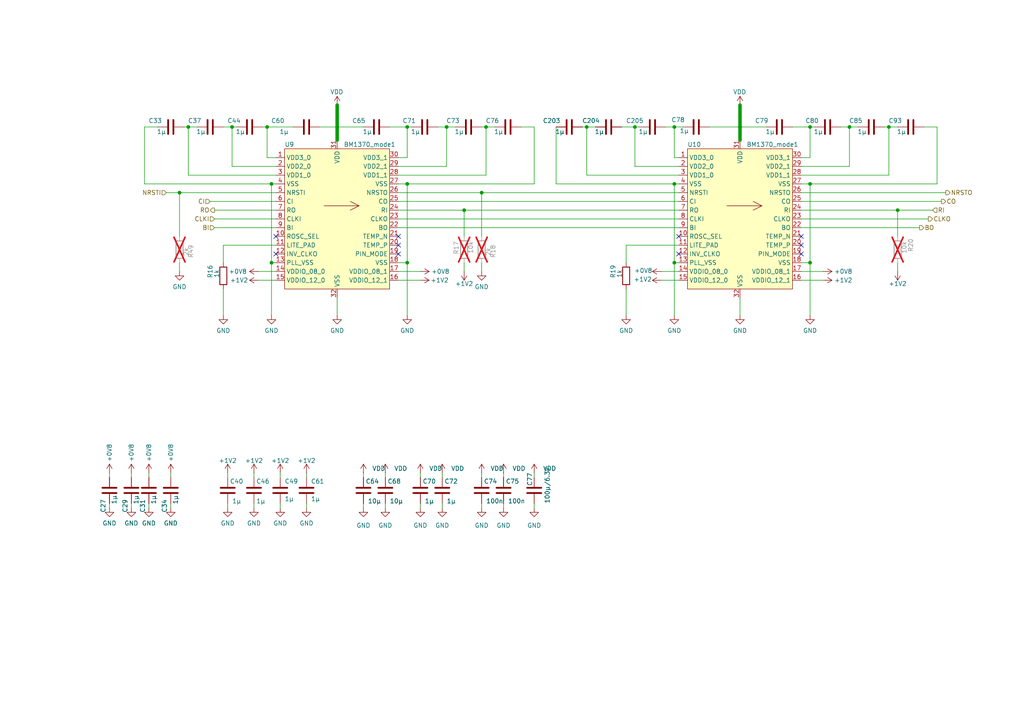
<source format=kicad_sch>
(kicad_sch (version 20231120) (generator "eeschema") (generator_version "8.0")
  (paper "A4")
  (lib_symbols
    (symbol "Device:C" (pin_numbers hide) (pin_names (offset 0.254))
      (property "Reference" "C" (at 0.635 2.54 0))
      (property "Value" "C" (at 0.635 -2.54 0))
      (symbol "C_0_1"
        (polyline (pts (xy -2.032 -0.762) (xy 2.032 -0.762)) (stroke (width 0.508)))
        (polyline (pts (xy -2.032 0.762) (xy 2.032 0.762)) (stroke (width 0.508)))
      )
      (symbol "C_1_1"
        (pin passive line (at 0 3.81 270) (length 2.794) (name "~") (number "1"))
        (pin passive line (at 0 -3.81 90) (length 2.794) (name "~") (number "2"))
      )
    )
    (symbol "Device:R" (pin_numbers hide) (pin_names (offset 0))
      (property "Reference" "R" (at 2.032 0 90))
      (property "Value" "R" (at 0 0 90))
      (symbol "R_0_1"
        (rectangle (start -1.016 -2.54) (end 1.016 2.54) (stroke (width 0.254)))
      )
      (symbol "R_1_1"
        (pin passive line (at 0 3.81 270) (length 1.27) (name "~") (number "1"))
        (pin passive line (at 0 -3.81 90) (length 1.27) (name "~") (number "2"))
      )
    )
    (symbol "GND_7" (power) (pin_names (offset 0))
      (property "Value" "GND_7" (at 0 -3.81 0))
      (symbol "GND_7_0_1"
        (polyline (pts (xy 0 0) (xy 0 -1.27) (xy 1.27 -1.27) (xy 0 -2.54) (xy -1.27 -1.27) (xy 0 -1.27)))
      )
      (symbol "GND_7_1_1"
        (pin power_in line (at 0 0 270) (length 0) hide (name "GND") (number "1"))
      )
    )
    (symbol "bitaxe:BM1370_mode1"
      (property "Reference" "U4" (at -15.24 21.59 0))
      (property "Value" "BM1370_mode1" (at 1.905 21.59 0))
      (symbol "BM1370_mode1_0_1"
        (rectangle (start -15.24 20.32) (end 15.24 -20.32) (fill (type background)))
        (polyline (pts (xy -3.81 3.81) (xy 6.35 3.81)))
        (polyline (pts (xy 3.81 2.54) (xy 6.35 3.81)))
        (polyline (pts (xy 3.81 5.08) (xy 6.35 3.81)))
      )
      (symbol "BM1370_mode1_1_1"
        (pin power_in line (at -17.78 17.78 0) (length 2.54) (name "VDD3_0") (number "1"))
        (pin unspecified line (at -17.78 -5.08 0) (length 2.54) (name "ROSC_SEL") (number "10"))
        (pin unspecified line (at -17.78 -7.62 0) (length 2.54) (name "LITE_PAD") (number "11"))
        (pin unspecified line (at -17.78 -10.16 0) (length 2.54) (name "INV_CLKO") (number "12"))
        (pin power_in line (at -17.78 -12.7 0) (length 2.54) (name "PLL_VSS") (number "13"))
        (pin power_in line (at -17.78 -15.24 0) (length 2.54) (name "VDDIO_08_0") (number "14"))
        (pin power_in line (at -17.78 -17.78 0) (length 2.54) (name "VDDIO_12_0") (number "15"))
        (pin power_in line (at 17.78 -17.78 180) (length 2.54) (name "VDDIO_12_1") (number "16"))
        (pin power_in line (at 17.78 -15.24 180) (length 2.54) (name "VDDIO_08_1") (number "17"))
        (pin power_in line (at 17.78 -12.7 180) (length 2.54) (name "VSS") (number "18"))
        (pin input line (at 17.78 -10.16 180) (length 2.54) (name "PIN_MODE") (number "19"))
        (pin power_in line (at -17.78 15.24 0) (length 2.54) (name "VDD2_0") (number "2"))
        (pin unspecified line (at 17.78 -7.62 180) (length 2.54) (name "TEMP_P") (number "20"))
        (pin unspecified line (at 17.78 -5.08 180) (length 2.54) (name "TEMP_N") (number "21"))
        (pin output line (at 17.78 -2.54 180) (length 2.54) (name "BO") (number "22"))
        (pin output line (at 17.78 0 180) (length 2.54) (name "CLKO") (number "23"))
        (pin input line (at 17.78 2.54 180) (length 2.54) (name "RI") (number "24"))
        (pin output line (at 17.78 5.08 180) (length 2.54) (name "CO") (number "25"))
        (pin output line (at 17.78 7.62 180) (length 2.54) (name "NRSTO") (number "26"))
        (pin power_in line (at 17.78 10.16 180) (length 2.54) (name "VSS") (number "27"))
        (pin power_in line (at 17.78 12.7 180) (length 2.54) (name "VDD1_1") (number "28"))
        (pin power_in line (at 17.78 15.24 180) (length 2.54) (name "VDD2_1") (number "29"))
        (pin power_in line (at -17.78 12.7 0) (length 2.54) (name "VDD1_0") (number "3"))
        (pin power_in line (at 17.78 17.78 180) (length 2.54) (name "VDD3_1") (number "30"))
        (pin power_in line (at 0 22.86 270) (length 2.54) (name "VDD") (number "31"))
        (pin power_in line (at 0 -22.86 90) (length 2.54) (name "VSS") (number "32"))
        (pin power_in line (at -17.78 10.16 0) (length 2.54) (name "VSS") (number "4"))
        (pin input line (at -17.78 7.62 0) (length 2.54) (name "NRSTI") (number "5"))
        (pin input line (at -17.78 5.08 0) (length 2.54) (name "CI") (number "6"))
        (pin output line (at -17.78 2.54 0) (length 2.54) (name "RO") (number "7"))
        (pin input line (at -17.78 0 0) (length 2.54) (name "CLKI") (number "8"))
        (pin input line (at -17.78 -2.54 0) (length 2.54) (name "BI") (number "9"))
      )
    )
    (symbol "mylib7:+0V8" (power) (exclude_from_sim yes) (in_bom no) (on_board no)
      (property "Value" "+0V8" (at 0 3.175 90))
      (symbol "+0V8_0_1"
        (polyline (pts (xy -0.762 1.27) (xy 0 2.54)))
        (polyline (pts (xy 0 0) (xy 0 2.54)))
        (polyline (pts (xy 0 2.54) (xy 0.762 1.27)))
      )
      (symbol "+0V8_1_1"
        (pin power_in line (at 0 0 90) (length 0) hide (name "+0V8") (number "1"))
      )
    )
    (symbol "power:+1V2" (power) (pin_numbers hide) (pin_names (offset 0) hide)
      (property "Value" "+1V2" (at 0 3.556 0))
      (symbol "+1V2_0_1"
        (polyline (pts (xy -0.762 1.27) (xy 0 2.54)))
        (polyline (pts (xy 0 0) (xy 0 2.54)))
        (polyline (pts (xy 0 2.54) (xy 0.762 1.27)))
      )
      (symbol "+1V2_1_1"
        (pin power_in line (at 0 0 90) (length 0) (name "~") (number "1"))
      )
    )
    (symbol "power:GND" (power) (pin_names (offset 0))
      (property "Value" "GND" (at 0 -3.81 0))
      (symbol "GND_0_1"
        (polyline (pts (xy 0 0) (xy 0 -1.27) (xy 1.27 -1.27) (xy 0 -2.54) (xy -1.27 -1.27) (xy 0 -1.27)))
      )
      (symbol "GND_1_1"
        (pin power_in line (at 0 0 270) (length 0) hide (name "GND") (number "1"))
      )
    )
    (symbol "power:VDD" (power) (pin_numbers hide) (pin_names (offset 0) hide)
      (property "Value" "VDD" (at 0 3.556 0))
      (symbol "VDD_0_1"
        (polyline (pts (xy -0.762 1.27) (xy 0 2.54)))
        (polyline (pts (xy 0 0) (xy 0 2.54)))
        (polyline (pts (xy 0 2.54) (xy 0.762 1.27)))
      )
      (symbol "VDD_1_1"
        (pin power_in line (at 0 0 90) (length 0) (name "~") (number "1"))
      )
    )
  )
  (junction (at 184.15 36.83))
  (junction (at 67.31 36.83))
  (junction (at 118.11 36.83))
  (junction (at 246.38 36.83))
  (junction (at 257.81 36.83))
  (junction (at 78.74 76.2))
  (junction (at 52.07 55.88))
  (junction (at 195.58 36.83))
  (junction (at 170.18 36.83))
  (junction (at 139.7 55.88))
  (junction (at 134.62 60.96))
  (junction (at 234.95 53.34))
  (junction (at 234.95 76.2))
  (junction (at 97.79 36.83))
  (junction (at 129.54 36.83))
  (junction (at 118.11 53.34))
  (junction (at 214.63 36.83))
  (junction (at 77.47 36.83))
  (junction (at 78.74 53.34))
  (junction (at 195.58 76.2))
  (junction (at 118.11 76.2))
  (junction (at 140.97 36.83))
  (junction (at 260.35 60.96))
  (junction (at 234.95 36.83))
  (junction (at 54.61 36.83))
  (junction (at 195.58 53.34))
  (no_connect (at 196.85 68.58))
  (no_connect (at 115.57 68.58))
  (no_connect (at 115.57 73.66))
  (no_connect (at 196.85 73.66))
  (no_connect (at 232.41 73.66))
  (no_connect (at 115.57 71.12))
  (no_connect (at 232.41 71.12))
  (no_connect (at 80.01 68.58))
  (no_connect (at 80.01 73.66))
  (no_connect (at 232.41 68.58))
  (wire (pts (xy 115.57 50.8) (xy 140.97 50.8)))
  (wire (pts (xy 139.7 146.05) (xy 139.7 147.32)))
  (wire (pts (xy 260.35 60.96) (xy 260.35 68.58)))
  (wire (pts (xy 271.78 53.34) (xy 271.78 36.83)))
  (wire (pts (xy 196.85 53.34) (xy 195.58 53.34)))
  (wire (pts (xy 170.18 50.8) (xy 196.85 50.8)))
  (wire (pts (xy 154.94 36.83) (xy 151.13 36.83)))
  (wire (pts (xy 234.95 53.34) (xy 234.95 76.2)))
  (wire (pts (xy 246.38 48.26) (xy 246.38 36.83)))
  (wire (pts (xy 74.93 81.28) (xy 80.01 81.28)))
  (wire (pts (xy 234.95 53.34) (xy 271.78 53.34)))
  (wire (pts (xy 214.63 36.83) (xy 214.63 40.64)) (stroke (width 1)))
  (wire (pts (xy 170.18 36.83) (xy 170.18 50.8)))
  (wire (pts (xy 181.61 71.12) (xy 196.85 71.12)))
  (wire (pts (xy 88.9 146.05) (xy 88.9 147.32)))
  (wire (pts (xy 121.92 146.05) (xy 121.92 147.32)))
  (wire (pts (xy 234.95 36.83) (xy 236.22 36.83)))
  (wire (pts (xy 191.77 81.28) (xy 196.85 81.28)))
  (wire (pts (xy 260.35 76.2) (xy 260.35 78.74)))
  (wire (pts (xy 232.41 53.34) (xy 234.95 53.34)))
  (wire (pts (xy 134.62 60.96) (xy 196.85 60.96)))
  (wire (pts (xy 198.12 36.83) (xy 195.58 36.83)))
  (wire (pts (xy 181.61 83.82) (xy 181.61 91.44)))
  (wire (pts (xy 195.58 76.2) (xy 195.58 91.44)))
  (wire (pts (xy 88.9 138.43) (xy 88.9 137.16)))
  (wire (pts (xy 97.79 86.36) (xy 97.79 91.44)))
  (wire (pts (xy 161.29 53.34) (xy 195.58 53.34)))
  (wire (pts (xy 154.94 53.34) (xy 154.94 36.83)))
  (wire (pts (xy 139.7 36.83) (xy 140.97 36.83)))
  (wire (pts (xy 118.11 53.34) (xy 154.94 53.34)))
  (wire (pts (xy 118.11 76.2) (xy 118.11 91.44)))
  (wire (pts (xy 43.18 137.16) (xy 43.18 138.43)))
  (wire (pts (xy 78.74 76.2) (xy 78.74 91.44)))
  (wire (pts (xy 77.47 36.83) (xy 85.09 36.83)))
  (wire (pts (xy 78.74 53.34) (xy 78.74 76.2)))
  (wire (pts (xy 78.74 53.34) (xy 41.91 53.34)))
  (wire (pts (xy 128.27 146.05) (xy 128.27 147.32)))
  (wire (pts (xy 49.53 137.16) (xy 49.53 138.43)))
  (wire (pts (xy 64.77 71.12) (xy 64.77 76.2)))
  (wire (pts (xy 67.31 36.83) (xy 68.58 36.83)))
  (wire (pts (xy 115.57 66.04) (xy 196.85 66.04)))
  (wire (pts (xy 128.27 137.16) (xy 128.27 138.43)))
  (wire (pts (xy 73.66 137.16) (xy 73.66 138.43)))
  (wire (pts (xy 134.62 60.96) (xy 134.62 68.58)))
  (wire (pts (xy 191.77 78.74) (xy 196.85 78.74)))
  (wire (pts (xy 97.79 36.83) (xy 97.79 40.64)))
  (wire (pts (xy 271.78 36.83) (xy 267.97 36.83)))
  (wire (pts (xy 113.03 36.83) (xy 118.11 36.83)))
  (wire (pts (xy 115.57 45.72) (xy 118.11 45.72)))
  (wire (pts (xy 234.95 45.72) (xy 234.95 36.83)))
  (wire (pts (xy 31.75 137.16) (xy 31.75 138.43)))
  (wire (pts (xy 41.91 53.34) (xy 41.91 36.83)))
  (wire (pts (xy 111.76 146.05) (xy 111.76 147.32)))
  (wire (pts (xy 154.94 137.16) (xy 154.94 138.43)))
  (wire (pts (xy 81.28 138.43) (xy 81.28 137.16)))
  (wire (pts (xy 129.54 48.26) (xy 129.54 36.83)))
  (wire (pts (xy 54.61 36.83) (xy 57.15 36.83)))
  (wire (pts (xy 115.57 78.74) (xy 121.92 78.74)))
  (wire (pts (xy 232.41 76.2) (xy 234.95 76.2)))
  (wire (pts (xy 214.63 30.48) (xy 214.63 36.83)) (stroke (width 1)))
  (wire (pts (xy 31.75 146.05) (xy 31.75 147.32)))
  (wire (pts (xy 184.15 36.83) (xy 184.15 48.26)))
  (wire (pts (xy 64.77 71.12) (xy 80.01 71.12)))
  (wire (pts (xy 232.41 55.88) (xy 274.32 55.88)))
  (wire (pts (xy 269.24 63.5) (xy 232.41 63.5)))
  (wire (pts (xy 38.1 146.05) (xy 38.1 147.32)))
  (wire (pts (xy 52.07 76.2) (xy 52.07 78.74)))
  (wire (pts (xy 115.57 53.34) (xy 118.11 53.34)))
  (wire (pts (xy 54.61 50.8) (xy 54.61 36.83)))
  (wire (pts (xy 115.57 81.28) (xy 121.92 81.28)))
  (wire (pts (xy 38.1 137.16) (xy 38.1 138.43)))
  (wire (pts (xy 257.81 36.83) (xy 260.35 36.83)))
  (wire (pts (xy 181.61 71.12) (xy 181.61 76.2)))
  (wire (pts (xy 161.29 36.83) (xy 161.29 53.34)))
  (wire (pts (xy 77.47 45.72) (xy 80.01 45.72)))
  (wire (pts (xy 195.58 76.2) (xy 196.85 76.2)))
  (wire (pts (xy 256.54 36.83) (xy 257.81 36.83)))
  (wire (pts (xy 232.41 81.28) (xy 238.76 81.28)))
  (wire (pts (xy 180.34 36.83) (xy 184.15 36.83)))
  (wire (pts (xy 232.41 66.04) (xy 266.7 66.04)))
  (wire (pts (xy 146.05 137.16) (xy 146.05 138.43)))
  (wire (pts (xy 64.77 83.82) (xy 64.77 91.44)))
  (wire (pts (xy 214.63 36.83) (xy 222.25 36.83)))
  (wire (pts (xy 62.23 63.5) (xy 80.01 63.5)))
  (wire (pts (xy 195.58 45.72) (xy 196.85 45.72)))
  (wire (pts (xy 140.97 36.83) (xy 143.51 36.83)))
  (wire (pts (xy 41.91 36.83) (xy 45.72 36.83)))
  (wire (pts (xy 195.58 53.34) (xy 195.58 76.2)))
  (wire (pts (xy 115.57 58.42) (xy 196.85 58.42)))
  (wire (pts (xy 127 36.83) (xy 129.54 36.83)))
  (wire (pts (xy 232.41 48.26) (xy 246.38 48.26)))
  (wire (pts (xy 67.31 48.26) (xy 67.31 36.83)))
  (wire (pts (xy 115.57 48.26) (xy 129.54 48.26)))
  (wire (pts (xy 168.91 36.83) (xy 170.18 36.83)))
  (wire (pts (xy 115.57 60.96) (xy 134.62 60.96)))
  (wire (pts (xy 139.7 76.2) (xy 139.7 78.74)))
  (wire (pts (xy 74.93 78.74) (xy 80.01 78.74)))
  (wire (pts (xy 43.18 146.05) (xy 43.18 147.32)))
  (wire (pts (xy 232.41 45.72) (xy 234.95 45.72)))
  (wire (pts (xy 205.74 36.83) (xy 214.63 36.83)))
  (wire (pts (xy 111.76 137.16) (xy 111.76 138.43)))
  (wire (pts (xy 62.23 66.04) (xy 80.01 66.04)))
  (wire (pts (xy 118.11 36.83) (xy 119.38 36.83)))
  (wire (pts (xy 64.77 36.83) (xy 67.31 36.83)))
  (wire (pts (xy 214.63 86.36) (xy 214.63 91.44)))
  (wire (pts (xy 195.58 36.83) (xy 195.58 45.72)))
  (wire (pts (xy 170.18 36.83) (xy 172.72 36.83)))
  (wire (pts (xy 105.41 137.16) (xy 105.41 138.43)))
  (wire (pts (xy 67.31 48.26) (xy 80.01 48.26)))
  (wire (pts (xy 232.41 78.74) (xy 238.76 78.74)))
  (wire (pts (xy 92.71 36.83) (xy 97.79 36.83)))
  (wire (pts (xy 115.57 63.5) (xy 196.85 63.5)))
  (wire (pts (xy 62.23 60.96) (xy 80.01 60.96)))
  (wire (pts (xy 105.41 146.05) (xy 105.41 147.32)))
  (wire (pts (xy 140.97 50.8) (xy 140.97 36.83)))
  (wire (pts (xy 229.87 36.83) (xy 234.95 36.83)))
  (wire (pts (xy 73.66 146.05) (xy 73.66 147.32)))
  (wire (pts (xy 243.84 36.83) (xy 246.38 36.83)))
  (wire (pts (xy 134.62 76.2) (xy 134.62 78.74)))
  (wire (pts (xy 139.7 55.88) (xy 196.85 55.88)))
  (wire (pts (xy 234.95 76.2) (xy 234.95 91.44)))
  (wire (pts (xy 129.54 36.83) (xy 132.08 36.83)))
  (wire (pts (xy 97.79 36.83) (xy 97.79 40.64)) (stroke (width 1)))
  (wire (pts (xy 53.34 36.83) (xy 54.61 36.83)))
  (wire (pts (xy 49.53 146.05) (xy 49.53 147.32)))
  (wire (pts (xy 214.63 36.83) (xy 214.63 40.64)))
  (wire (pts (xy 139.7 55.88) (xy 139.7 68.58)))
  (wire (pts (xy 78.74 76.2) (xy 80.01 76.2)))
  (wire (pts (xy 52.07 55.88) (xy 52.07 68.58)))
  (wire (pts (xy 118.11 45.72) (xy 118.11 36.83)))
  (wire (pts (xy 232.41 60.96) (xy 260.35 60.96)))
  (wire (pts (xy 52.07 55.88) (xy 80.01 55.88)))
  (wire (pts (xy 54.61 50.8) (xy 80.01 50.8)))
  (wire (pts (xy 273.05 58.42) (xy 232.41 58.42)))
  (wire (pts (xy 66.04 146.05) (xy 66.04 147.32)))
  (wire (pts (xy 115.57 55.88) (xy 139.7 55.88)))
  (wire (pts (xy 184.15 36.83) (xy 185.42 36.83)))
  (wire (pts (xy 81.28 146.05) (xy 81.28 147.32)))
  (wire (pts (xy 257.81 50.8) (xy 257.81 36.83)))
  (wire (pts (xy 60.96 58.42) (xy 80.01 58.42)))
  (wire (pts (xy 139.7 137.16) (xy 139.7 138.43)))
  (wire (pts (xy 76.2 36.83) (xy 77.47 36.83)))
  (wire (pts (xy 115.57 76.2) (xy 118.11 76.2)))
  (wire (pts (xy 193.04 36.83) (xy 195.58 36.83)))
  (wire (pts (xy 97.79 30.48) (xy 97.79 36.83)) (stroke (width 1)))
  (wire (pts (xy 121.92 137.16) (xy 121.92 138.43)))
  (wire (pts (xy 146.05 146.05) (xy 146.05 147.32)))
  (wire (pts (xy 232.41 50.8) (xy 257.81 50.8)))
  (wire (pts (xy 118.11 53.34) (xy 118.11 76.2)))
  (wire (pts (xy 184.15 48.26) (xy 196.85 48.26)))
  (wire (pts (xy 246.38 36.83) (xy 248.92 36.83)))
  (wire (pts (xy 260.35 60.96) (xy 270.51 60.96)))
  (wire (pts (xy 97.79 36.83) (xy 105.41 36.83)))
  (wire (pts (xy 66.04 137.16) (xy 66.04 138.43)))
  (wire (pts (xy 77.47 36.83) (xy 77.47 45.72)))
  (wire (pts (xy 80.01 53.34) (xy 78.74 53.34)))
  (wire (pts (xy 48.26 55.88) (xy 52.07 55.88)))
  (wire (pts (xy 154.94 146.05) (xy 154.94 147.32)))
  (hierarchical_label "NRSTO" (shape output) (at 274.32 55.88 0))
  (hierarchical_label "RI" (shape input) (at 270.51 60.96 0))
  (hierarchical_label "BI" (shape input) (at 62.23 66.04 180))
  (hierarchical_label "CLKO" (shape output) (at 269.24 63.5 0))
  (hierarchical_label "CI" (shape input) (at 60.96 58.42 180))
  (hierarchical_label "BO" (shape output) (at 266.7 66.04 0))
  (hierarchical_label "CO" (shape output) (at 273.05 58.42 0))
  (hierarchical_label "RO" (shape output) (at 62.23 60.96 180))
  (hierarchical_label "NRSTI" (shape input) (at 48.26 55.88 180))
  (hierarchical_label "CLKI" (shape input) (at 62.23 63.5 180))
  (symbol (lib_id "power:VDD") (at 139.7 137.16 0) (unit 1)
    (property "Reference" "#PWR0129" (effects (hide yes)))
    (property "Value" "VDD" (at 142.24 135.8899 0) (effects (justify left)))
    (property "Description" "Power symbol creates a global label with name \"VDD\"" (effects (hide yes)))
  )
  (symbol (lib_id "Device:C") (at 123.19 36.83 90) (unit 1)
    (property "Reference" "C71" (at 120.65 34.29 90) (effects (justify left bottom)))
    (property "Value" "1µ" (at 121.92 37.465 90) (effects (justify left bottom)))
    (property "Footprint" "Capacitor_SMD:C_0805_2012Metric" (effects (hide yes)))
  )
  (symbol (lib_id "power:GND") (at 64.77 91.44 0) (mirror y) (unit 1)
    (property "Reference" "#PWR065" (effects (hide yes)))
    (property "Value" "GND" (at 64.77 95.885 0))
  )
  (symbol (lib_id "Device:C") (at 121.92 142.24 0) (unit 1)
    (property "Reference" "C70" (at 122.555 140.335 0) (effects (justify left bottom)))
    (property "Value" "1µ" (at 123.19 146.05 0) (effects (justify left bottom)))
    (property "Footprint" "Capacitor_SMD:C_0805_2012Metric" (effects (hide yes)))
  )
  (symbol (lib_id "power:+1V2") (at 88.9 137.16 0) (unit 1)
    (property "Reference" "#PWR080" (effects (hide yes)))
    (property "Value" "+1V2" (at 88.9 133.604 0))
    (property "Description" "Power symbol creates a global label with name \"+1V2\"" (effects (hide yes)))
  )
  (symbol (lib_id "power:+1V2") (at 81.28 137.16 0) (unit 1)
    (property "Reference" "#PWR078" (effects (hide yes)))
    (property "Value" "+1V2" (at 81.28 133.604 0))
    (property "Description" "Power symbol creates a global label with name \"+1V2\"" (effects (hide yes)))
  )
  (symbol (lib_id "Device:C") (at 165.1 36.83 90) (unit 1)
    (property "Reference" "C203" (at 162.56 34.29 90) (effects (justify left bottom)))
    (property "Value" "1µ" (at 163.83 37.465 90) (effects (justify left bottom)))
    (property "Footprint" "Capacitor_SMD:C_0805_2012Metric" (effects (hide yes)))
  )
  (symbol (lib_id "Device:C") (at 264.16 36.83 90) (unit 1)
    (property "Reference" "C93" (at 261.62 34.29 90) (effects (justify left bottom)))
    (property "Value" "1µ" (at 262.89 37.465 90) (effects (justify left bottom)))
    (property "Footprint" "Capacitor_SMD:C_0805_2012Metric" (effects (hide yes)))
  )
  (symbol (lib_id "power:GND") (at 139.7 78.74 0) (mirror y) (unit 1)
    (property "Reference" "#PWR0128" (effects (hide yes)))
    (property "Value" "GND" (at 139.7 83.185 0))
  )
  (symbol (lib_id "power:+1V2") (at 134.62 78.74 180) (unit 1)
    (property "Reference" "#PWR0127" (effects (hide yes)))
    (property "Value" "+1V2" (at 134.62 82.296 0))
    (property "Description" "Power symbol creates a global label with name \"+1V2\"" (effects (hide yes)))
  )
  (symbol (lib_id "bitaxe:BM1370_mode1") (at 97.79 63.5 0) (unit 1)
    (property "Reference" "U9" (at 82.55 41.91 0) (effects (justify left)))
    (property "Value" "BM1370_mode1" (at 99.695 41.91 0) (effects (justify left)))
    (property "Footprint" "Nerd8:BM1370" (effects (hide yes)))
  )
  (symbol (lib_id "Device:C") (at 66.04 142.24 0) (unit 1)
    (property "Reference" "C40" (at 66.675 140.335 0) (effects (justify left bottom)))
    (property "Value" "1µ" (at 67.31 146.05 0) (effects (justify left bottom)))
    (property "Footprint" "Capacitor_SMD:C_0805_2012Metric" (effects (hide yes)))
  )
  (symbol (lib_id "power:+1V2") (at 73.66 137.16 0) (unit 1)
    (property "Reference" "#PWR069" (effects (hide yes)))
    (property "Value" "+1V2" (at 73.66 133.604 0))
    (property "Description" "Power symbol creates a global label with name \"+1V2\"" (effects (hide yes)))
  )
  (symbol (lib_id "mylib7:+0V8") (at 38.1 137.16 0) (unit 1)
    (property "Reference" "#U07" (effects (hide yes)))
    (property "Value" "+0V8" (at 38.1 133.985 90) (effects (justify left)))
    (property "Distributor" "-" (effects (hide yes)))
  )
  (symbol (lib_id "Device:C") (at 88.9 142.24 0) (unit 1)
    (property "Reference" "C61" (at 90.17 140.335 0) (effects (justify left bottom)))
    (property "Value" "1µ" (at 90.17 145.415 0) (effects (justify left bottom)))
    (property "Footprint" "Capacitor_SMD:C_0805_2012Metric" (effects (hide yes)))
  )
  (symbol (lib_id "power:VDD") (at 128.27 137.16 0) (unit 1)
    (property "Reference" "#PWR0116" (effects (hide yes)))
    (property "Value" "VDD" (at 130.81 135.8899 0) (effects (justify left)))
    (property "Description" "Power symbol creates a global label with name \"VDD\"" (effects (hide yes)))
  )
  (symbol (lib_id "Device:C") (at 109.22 36.83 90) (unit 1)
    (property "Reference" "C65" (at 106.045 34.29 90) (effects (justify left bottom)))
    (property "Value" "1µ" (at 107.95 37.465 90) (effects (justify left bottom)))
    (property "Footprint" "Capacitor_SMD:C_0805_2012Metric" (effects (hide yes)))
  )
  (symbol (lib_id "power:+1V2") (at 121.92 81.28 270) (unit 1)
    (property "Reference" "#PWR0113" (effects (hide yes)))
    (property "Value" "+1V2" (at 127.508 81.28 90))
    (property "Description" "Power symbol creates a global label with name \"+1V2\"" (effects (hide yes)))
  )
  (symbol (lib_id "power:GND") (at 195.58 91.44 0) (mirror y) (unit 1)
    (property "Reference" "#PWR0137" (effects (hide yes)))
    (property "Value" "GND" (at 195.58 95.885 0))
  )
  (symbol (lib_id "Device:R") (at 260.35 72.39 0) (unit 1) (dnp yes)
    (property "Reference" "R20" (at 264.16 71.12 90))
    (property "Value" "10k" (at 262.255 71.755 90))
    (property "Footprint" "Resistor_SMD:R_0805_2012Metric" (effects (hide yes)))
  )
  (symbol (lib_name "GND_7") (lib_id "power:GND") (at 121.92 147.32 0) (unit 1)
    (property "Reference" "#PWR0115" (effects (hide yes)))
    (property "Value" "GND" (at 121.92 152.4 0))
  )
  (symbol (lib_id "power:GND") (at 78.74 91.44 0) (mirror y) (unit 1)
    (property "Reference" "#PWR074" (effects (hide yes)))
    (property "Value" "GND" (at 78.74 95.885 0))
  )
  (symbol (lib_id "Device:C") (at 240.03 36.83 90) (unit 1)
    (property "Reference" "C80" (at 237.49 34.29 90) (effects (justify left bottom)))
    (property "Value" "1µ" (at 238.76 37.465 90) (effects (justify left bottom)))
    (property "Footprint" "Capacitor_SMD:C_0805_2012Metric" (effects (hide yes)))
  )
  (symbol (lib_id "mylib7:+0V8") (at 74.93 78.74 90) (unit 1)
    (property "Reference" "#U014" (effects (hide yes)))
    (property "Value" "+0V8" (at 71.628 78.74 90) (effects (justify left)))
    (property "Distributor" "-" (effects (hide yes)))
  )
  (symbol (lib_id "power:+1V2") (at 74.93 81.28 90) (unit 1)
    (property "Reference" "#PWR071" (effects (hide yes)))
    (property "Value" "+1V2" (at 69.342 81.28 90))
    (property "Description" "Power symbol creates a global label with name \"+1V2\"" (effects (hide yes)))
  )
  (symbol (lib_id "power:VDD") (at 105.41 137.16 0) (unit 1)
    (property "Reference" "#PWR0104" (effects (hide yes)))
    (property "Value" "VDD" (at 107.95 135.8899 0) (effects (justify left)))
    (property "Description" "Power symbol creates a global label with name \"VDD\"" (effects (hide yes)))
  )
  (symbol (lib_id "power:GND") (at 43.18 147.32 0) (mirror y) (unit 1)
    (property "Reference" "#PWR062" (effects (hide yes)))
    (property "Value" "GND" (at 43.18 151.765 0))
  )
  (symbol (lib_id "Device:C") (at 73.66 142.24 0) (unit 1)
    (property "Reference" "C46" (at 74.295 140.335 0) (effects (justify left bottom)))
    (property "Value" "1µ" (at 74.295 146.05 0) (effects (justify left bottom)))
    (property "Footprint" "Capacitor_SMD:C_0805_2012Metric" (effects (hide yes)))
  )
  (symbol (lib_id "power:VDD") (at 121.92 137.16 0) (unit 1)
    (property "Reference" "#PWR0114" (effects (hide yes)))
    (property "Value" "VDD" (at 124.46 135.8899 0) (effects (justify left)))
    (property "Description" "Power symbol creates a global label with name \"VDD\"" (effects (hide yes)))
  )
  (symbol (lib_id "power:GND") (at 73.66 147.32 0) (mirror y) (unit 1)
    (property "Reference" "#PWR070" (effects (hide yes)))
    (property "Value" "GND" (at 73.66 151.765 0))
  )
  (symbol (lib_id "power:VDD") (at 154.94 137.16 0) (unit 1)
    (property "Reference" "#PWR0134" (effects (hide yes)))
    (property "Value" "VDD" (at 157.48 135.8899 0) (effects (justify left)))
    (property "Description" "Power symbol creates a global label with name \"VDD\"" (effects (hide yes)))
  )
  (symbol (lib_id "Device:C") (at 176.53 36.83 90) (unit 1)
    (property "Reference" "C204" (at 173.99 34.29 90) (effects (justify left bottom)))
    (property "Value" "1µ" (at 175.26 37.465 90) (effects (justify left bottom)))
    (property "Footprint" "Capacitor_SMD:C_0805_2012Metric" (effects (hide yes)))
  )
  (symbol (lib_name "GND_7") (lib_id "power:GND") (at 105.41 147.32 0) (unit 1)
    (property "Reference" "#PWR0105" (effects (hide yes)))
    (property "Value" "GND" (at 105.41 152.4 0))
  )
  (symbol (lib_id "Device:C") (at 135.89 36.83 90) (unit 1)
    (property "Reference" "C73" (at 133.35 34.29 90) (effects (justify left bottom)))
    (property "Value" "1µ" (at 134.62 37.465 90) (effects (justify left bottom)))
    (property "Footprint" "Capacitor_SMD:C_0805_2012Metric" (effects (hide yes)))
  )
  (symbol (lib_id "Device:R") (at 52.07 72.39 0) (mirror x) (unit 1) (dnp yes)
    (property "Reference" "R49" (at 55.372 72.898 90))
    (property "Value" "2k" (at 53.975 73.025 90))
    (property "Footprint" "Resistor_SMD:R_0805_2012Metric" (effects (hide yes)))
  )
  (symbol (lib_name "GND_7") (lib_id "power:GND") (at 146.05 147.32 0) (unit 1)
    (property "Reference" "#PWR0133" (effects (hide yes)))
    (property "Value" "GND" (at 146.05 152.4 0))
  )
  (symbol (lib_id "Device:C") (at 189.23 36.83 90) (unit 1)
    (property "Reference" "C205" (at 186.69 34.29 90) (effects (justify left bottom)))
    (property "Value" "1µ" (at 187.96 37.465 90) (effects (justify left bottom)))
    (property "Footprint" "Capacitor_SMD:C_0805_2012Metric" (effects (hide yes)))
  )
  (symbol (lib_id "power:GND") (at 81.28 147.32 0) (mirror y) (unit 1)
    (property "Reference" "#PWR079" (effects (hide yes)))
    (property "Value" "GND" (at 81.28 151.765 0))
  )
  (symbol (lib_id "Device:C") (at 43.18 142.24 180) (unit 1)
    (property "Reference" "C31" (at 40.64 144.78 90) (effects (justify left bottom)))
    (property "Value" "1µ" (at 43.815 143.51 90) (effects (justify left bottom)))
    (property "Footprint" "Capacitor_SMD:C_0805_2012Metric" (effects (hide yes)))
  )
  (symbol (lib_id "Device:C") (at 49.53 36.83 90) (unit 1)
    (property "Reference" "C33" (at 46.99 34.29 90) (effects (justify left bottom)))
    (property "Value" "1µ" (at 48.26 37.465 90) (effects (justify left bottom)))
    (property "Footprint" "Capacitor_SMD:C_0805_2012Metric" (effects (hide yes)))
  )
  (symbol (lib_id "mylib7:+0V8") (at 191.77 78.74 90) (unit 1)
    (property "Reference" "#U016" (effects (hide yes)))
    (property "Value" "+0V8" (at 189.23 78.486 90) (effects (justify left)))
    (property "Distributor" "-" (effects (hide yes)))
  )
  (symbol (lib_id "power:+1V2") (at 260.35 78.74 180) (unit 1)
    (property "Reference" "#PWR0158" (effects (hide yes)))
    (property "Value" "+1V2" (at 260.35 82.296 0))
    (property "Description" "Power symbol creates a global label with name \"+1V2\"" (effects (hide yes)))
  )
  (symbol (lib_id "Device:C") (at 111.76 142.24 0) (unit 1)
    (property "Reference" "C68" (at 112.395 140.335 0) (effects (justify left bottom)))
    (property "Value" "10µ" (at 113.03 146.05 0) (effects (justify left bottom)))
    (property "Footprint" "Capacitor_SMD:C_0805_2012Metric" (effects (hide yes)))
    (property "Distributor" "D" (effects (hide yes)))
    (property "Manufacturer" "C2012X5R1E106K125AB" (effects (hide yes)))
    (property "OrderNr" "445-5984-1-ND" (effects (hide yes)))
  )
  (symbol (lib_id "power:+1V2") (at 191.77 81.28 90) (unit 1)
    (property "Reference" "#PWR0136" (effects (hide yes)))
    (property "Value" "+1V2" (at 186.436 81.026 90))
    (property "Description" "Power symbol creates a global label with name \"+1V2\"" (effects (hide yes)))
  )
  (symbol (lib_id "mylib7:+0V8") (at 43.18 137.16 0) (unit 1)
    (property "Reference" "#U08" (effects (hide yes)))
    (property "Value" "+0V8" (at 43.18 133.985 90) (effects (justify left)))
    (property "Distributor" "-" (effects (hide yes)))
  )
  (symbol (lib_id "Device:C") (at 201.93 36.83 90) (unit 1)
    (property "Reference" "C78" (at 198.628 34.036 90) (effects (justify left bottom)))
    (property "Value" "1µ" (at 199.898 37.211 90) (effects (justify left bottom)))
    (property "Footprint" "Capacitor_SMD:C_0805_2012Metric" (effects (hide yes)))
  )
  (symbol (lib_id "Device:C") (at 60.96 36.83 90) (unit 1)
    (property "Reference" "C37" (at 58.42 34.29 90) (effects (justify left bottom)))
    (property "Value" "1µ" (at 59.69 37.465 90) (effects (justify left bottom)))
    (property "Footprint" "Capacitor_SMD:C_0805_2012Metric" (effects (hide yes)))
  )
  (symbol (lib_id "Device:C") (at 147.32 36.83 90) (unit 1)
    (property "Reference" "C76" (at 144.78 34.29 90) (effects (justify left bottom)))
    (property "Value" "1µ" (at 146.05 37.465 90) (effects (justify left bottom)))
    (property "Footprint" "Capacitor_SMD:C_0805_2012Metric" (effects (hide yes)))
  )
  (symbol (lib_id "power:GND") (at 31.75 147.32 0) (mirror y) (unit 1)
    (property "Reference" "#PWR057" (effects (hide yes)))
    (property "Value" "GND" (at 31.75 151.765 0))
  )
  (symbol (lib_name "GND_7") (lib_id "power:GND") (at 128.27 147.32 0) (unit 1)
    (property "Reference" "#PWR0126" (effects (hide yes)))
    (property "Value" "GND" (at 128.27 152.4 0))
  )
  (symbol (lib_id "mylib7:+0V8") (at 31.75 137.16 0) (unit 1)
    (property "Reference" "#U06" (effects (hide yes)))
    (property "Value" "+0V8" (at 31.75 133.985 90) (effects (justify left)))
    (property "Distributor" "-" (effects (hide yes)))
  )
  (symbol (lib_id "Device:R") (at 64.77 80.01 0) (mirror y) (unit 1)
    (property "Reference" "R16" (at 60.96 78.74 90))
    (property "Value" "1k" (at 62.865 79.375 90))
    (property "Footprint" "Resistor_SMD:R_0805_2012Metric" (effects (hide yes)))
  )
  (symbol (lib_id "mylib7:+0V8") (at 121.92 78.74 270) (unit 1)
    (property "Reference" "#U015" (effects (hide yes)))
    (property "Value" "+0V8" (at 125.095 78.74 90) (effects (justify left)))
    (property "Distributor" "-" (effects (hide yes)))
  )
  (symbol (lib_id "Device:C") (at 31.75 142.24 180) (unit 1)
    (property "Reference" "C27" (at 29.21 144.78 90) (effects (justify left bottom)))
    (property "Value" "1µ" (at 32.385 143.51 90) (effects (justify left bottom)))
    (property "Footprint" "Capacitor_SMD:C_0805_2012Metric" (effects (hide yes)))
  )
  (symbol (lib_id "Device:C") (at 38.1 142.24 180) (unit 1)
    (property "Reference" "C29" (at 35.56 144.78 90) (effects (justify left bottom)))
    (property "Value" "1µ" (at 38.735 143.51 90) (effects (justify left bottom)))
    (property "Footprint" "Capacitor_SMD:C_0805_2012Metric" (effects (hide yes)))
  )
  (symbol (lib_id "power:GND") (at 118.11 91.44 0) (mirror y) (unit 1)
    (property "Reference" "#PWR0112" (effects (hide yes)))
    (property "Value" "GND" (at 118.11 95.885 0))
  )
  (symbol (lib_id "power:VDD") (at 214.63 30.48 0) (unit 1)
    (property "Reference" "#PWR086" (effects (hide yes)))
    (property "Value" "VDD" (at 212.598 26.67 0) (effects (justify left)))
    (property "Description" "Power symbol creates a global label with name \"VDD\"" (effects (hide yes)))
  )
  (symbol (lib_id "power:GND") (at 214.63 91.44 0) (mirror y) (unit 1)
    (property "Reference" "#PWR0139" (effects (hide yes)))
    (property "Value" "GND" (at 214.63 95.885 0))
  )
  (symbol (lib_id "Device:C") (at 146.05 142.24 0) (unit 1)
    (property "Reference" "C75" (at 146.685 140.335 0) (effects (justify left bottom)))
    (property "Value" "100n" (at 147.32 146.05 0) (effects (justify left bottom)))
    (property "Footprint" "Capacitor_SMD:C_0805_2012Metric" (effects (hide yes)))
  )
  (symbol (lib_id "Device:C") (at 49.53 142.24 180) (unit 1)
    (property "Reference" "C34" (at 46.99 144.78 90) (effects (justify left bottom)))
    (property "Value" "1µ" (at 50.165 143.51 90) (effects (justify left bottom)))
    (property "Footprint" "Capacitor_SMD:C_0805_2012Metric" (effects (hide yes)))
  )
  (symbol (lib_name "GND_7") (lib_id "power:GND") (at 111.76 147.32 0) (unit 1)
    (property "Reference" "#PWR0111" (effects (hide yes)))
    (property "Value" "GND" (at 111.76 152.4 0))
  )
  (symbol (lib_id "power:GND") (at 66.04 147.32 0) (mirror y) (unit 1)
    (property "Reference" "#PWR068" (effects (hide yes)))
    (property "Value" "GND" (at 66.04 151.765 0))
  )
  (symbol (lib_id "power:+1V2") (at 66.04 137.16 0) (unit 1)
    (property "Reference" "#PWR066" (effects (hide yes)))
    (property "Value" "+1V2" (at 66.04 133.604 0))
    (property "Description" "Power symbol creates a global label with name \"+1V2\"" (effects (hide yes)))
  )
  (symbol (lib_id "Device:R") (at 181.61 80.01 0) (mirror y) (unit 1)
    (property "Reference" "R19" (at 177.8 78.74 90))
    (property "Value" "1k" (at 179.705 79.375 90))
    (property "Footprint" "Resistor_SMD:R_0805_2012Metric" (effects (hide yes)))
  )
  (symbol (lib_id "Device:C") (at 88.9 36.83 90) (unit 1)
    (property "Reference" "C60" (at 82.55 34.29 90) (effects (justify left bottom)))
    (property "Value" "1µ" (at 83.82 37.465 90) (effects (justify left bottom)))
    (property "Footprint" "Capacitor_SMD:C_0805_2012Metric" (effects (hide yes)))
  )
  (symbol (lib_id "power:GND") (at 97.79 91.44 0) (mirror y) (unit 1)
    (property "Reference" "#PWR0103" (effects (hide yes)))
    (property "Value" "GND" (at 97.79 95.885 0))
  )
  (symbol (lib_id "Device:R") (at 134.62 72.39 0) (unit 1) (dnp yes)
    (property "Reference" "R17" (at 132.334 71.882 90))
    (property "Value" "10k" (at 136.525 71.755 90))
    (property "Footprint" "Resistor_SMD:R_0805_2012Metric" (effects (hide yes)))
  )
  (symbol (lib_id "power:GND") (at 49.53 147.32 0) (mirror y) (unit 1)
    (property "Reference" "#PWR063" (effects (hide yes)))
    (property "Value" "GND" (at 49.53 151.765 0))
  )
  (symbol (lib_id "Device:C") (at 128.27 142.24 0) (unit 1)
    (property "Reference" "C72" (at 128.905 140.335 0) (effects (justify left bottom)))
    (property "Value" "1µ" (at 129.54 146.05 0) (effects (justify left bottom)))
    (property "Footprint" "Capacitor_SMD:C_0805_2012Metric" (effects (hide yes)))
  )
  (symbol (lib_id "power:GND") (at 38.1 147.32 0) (mirror y) (unit 1)
    (property "Reference" "#PWR058" (effects (hide yes)))
    (property "Value" "GND" (at 38.1 151.765 0))
  )
  (symbol (lib_id "Device:C") (at 226.06 36.83 90) (unit 1)
    (property "Reference" "C79" (at 222.885 34.29 90) (effects (justify left bottom)))
    (property "Value" "1µ" (at 224.79 37.465 90) (effects (justify left bottom)))
    (property "Footprint" "Capacitor_SMD:C_0805_2012Metric" (effects (hide yes)))
  )
  (symbol (lib_id "Device:C") (at 154.94 142.24 0) (unit 1)
    (property "Reference" "C77" (at 153.67 140.97 90) (effects (justify left)))
    (property "Value" "100µ/6.3V" (at 158.75 146.05 90) (effects (justify left)))
    (property "Footprint" "Capacitor_SMD:C_1210_3225Metric" (effects (hide yes)))
    (property "Distributor" "D" (effects (hide yes)))
    (property "Manufacturer" "C1210C107M8PAC7800" (effects (hide yes)))
    (property "OrderNr" "399-C1210C107M8PAC7800CT-ND" (effects (hide yes)))
  )
  (symbol (lib_id "Device:C") (at 252.73 36.83 90) (unit 1)
    (property "Reference" "C85" (at 250.19 34.29 90) (effects (justify left bottom)))
    (property "Value" "1µ" (at 251.46 37.465 90) (effects (justify left bottom)))
    (property "Footprint" "Capacitor_SMD:C_0805_2012Metric" (effects (hide yes)))
  )
  (symbol (lib_id "power:GND") (at 234.95 91.44 0) (mirror y) (unit 1)
    (property "Reference" "#PWR0140" (effects (hide yes)))
    (property "Value" "GND" (at 234.95 95.885 0))
  )
  (symbol (lib_id "mylib7:+0V8") (at 238.76 78.74 270) (unit 1)
    (property "Reference" "#U017" (effects (hide yes)))
    (property "Value" "+0V8" (at 241.935 78.74 90) (effects (justify left)))
    (property "Distributor" "-" (effects (hide yes)))
  )
  (symbol (lib_id "power:GND") (at 52.07 78.74 0) (mirror y) (unit 1)
    (property "Reference" "#PWR0339" (effects (hide yes)))
    (property "Value" "GND" (at 52.07 83.185 0))
  )
  (symbol (lib_id "power:VDD") (at 146.05 137.16 0) (unit 1)
    (property "Reference" "#PWR0132" (effects (hide yes)))
    (property "Value" "VDD" (at 148.59 135.8899 0) (effects (justify left)))
    (property "Description" "Power symbol creates a global label with name \"VDD\"" (effects (hide yes)))
  )
  (symbol (lib_id "power:GND") (at 154.94 147.32 0) (mirror y) (unit 1)
    (property "Reference" "#PWR0135" (effects (hide yes)))
    (property "Value" "GND" (at 154.94 152.4 0))
  )
  (symbol (lib_id "Device:C") (at 105.41 142.24 0) (unit 1)
    (property "Reference" "C64" (at 106.045 140.335 0) (effects (justify left bottom)))
    (property "Value" "10µ" (at 106.68 146.05 0) (effects (justify left bottom)))
    (property "Footprint" "Capacitor_SMD:C_0805_2012Metric" (effects (hide yes)))
    (property "Distributor" "D" (effects (hide yes)))
    (property "Manufacturer" "C2012X5R1E106K125AB" (effects (hide yes)))
    (property "OrderNr" "445-5984-1-ND" (effects (hide yes)))
  )
  (symbol (lib_id "mylib7:+0V8") (at 49.53 137.16 0) (unit 1)
    (property "Reference" "#U09" (effects (hide yes)))
    (property "Value" "+0V8" (at 49.53 133.985 90) (effects (justify left)))
    (property "Distributor" "-" (effects (hide yes)))
  )
  (symbol (lib_id "power:+1V2") (at 238.76 81.28 270) (unit 1)
    (property "Reference" "#PWR0157" (effects (hide yes)))
    (property "Value" "+1V2" (at 244.602 81.28 90))
    (property "Description" "Power symbol creates a global label with name \"+1V2\"" (effects (hide yes)))
  )
  (symbol (lib_id "power:GND") (at 181.61 91.44 0) (mirror y) (unit 1)
    (property "Reference" "#PWR0131" (effects (hide yes)))
    (property "Value" "GND" (at 181.61 95.885 0))
  )
  (symbol (lib_id "Device:C") (at 139.7 142.24 0) (unit 1)
    (property "Reference" "C74" (at 140.335 140.335 0) (effects (justify left bottom)))
    (property "Value" "100n" (at 140.97 146.05 0) (effects (justify left bottom)))
    (property "Footprint" "Capacitor_SMD:C_0805_2012Metric" (effects (hide yes)))
  )
  (symbol (lib_id "power:VDD") (at 111.76 137.16 0) (unit 1)
    (property "Reference" "#PWR0106" (effects (hide yes)))
    (property "Value" "VDD" (at 114.3 135.8899 0) (effects (justify left)))
    (property "Description" "Power symbol creates a global label with name \"VDD\"" (effects (hide yes)))
  )
  (symbol (lib_id "Device:C") (at 72.39 36.83 90) (unit 1)
    (property "Reference" "C44" (at 69.85 34.29 90) (effects (justify left bottom)))
    (property "Value" "1µ" (at 71.12 37.465 90) (effects (justify left bottom)))
    (property "Footprint" "Capacitor_SMD:C_0805_2012Metric" (effects (hide yes)))
  )
  (symbol (lib_name "GND_7") (lib_id "power:GND") (at 139.7 147.32 0) (unit 1)
    (property "Reference" "#PWR0130" (effects (hide yes)))
    (property "Value" "GND" (at 139.7 152.4 0))
  )
  (symbol (lib_id "power:GND") (at 88.9 147.32 0) (mirror y) (unit 1)
    (property "Reference" "#PWR085" (effects (hide yes)))
    (property "Value" "GND" (at 88.9 151.765 0))
  )
  (symbol (lib_id "Device:C") (at 81.28 142.24 0) (unit 1)
    (property "Reference" "C49" (at 82.55 140.335 0) (effects (justify left bottom)))
    (property "Value" "1µ" (at 82.55 145.415 0) (effects (justify left bottom)))
    (property "Footprint" "Capacitor_SMD:C_0805_2012Metric" (effects (hide yes)))
  )
  (symbol (lib_id "bitaxe:BM1370_mode1") (at 214.63 63.5 0) (unit 1)
    (property "Reference" "U10" (at 199.39 41.91 0) (effects (justify left)))
    (property "Value" "BM1370_mode1" (at 216.535 41.91 0) (effects (justify left)))
    (property "Footprint" "Nerd8:BM1370" (effects (hide yes)))
  )
  (symbol (lib_id "Device:R") (at 139.7 72.39 0) (mirror x) (unit 1) (dnp yes)
    (property "Reference" "R18" (at 143.002 72.898 90))
    (property "Value" "2k" (at 141.605 73.025 90))
    (property "Footprint" "Resistor_SMD:R_0805_2012Metric" (effects (hide yes)))
  )
  (symbol (lib_id "power:VDD") (at 97.79 30.48 0) (unit 1)
    (property "Reference" "#PWR0138" (effects (hide yes)))
    (property "Value" "VDD" (at 95.758 26.67 0) (effects (justify left)))
    (property "Description" "Power symbol creates a global label with name \"VDD\"" (effects (hide yes)))
  )
)
</source>
